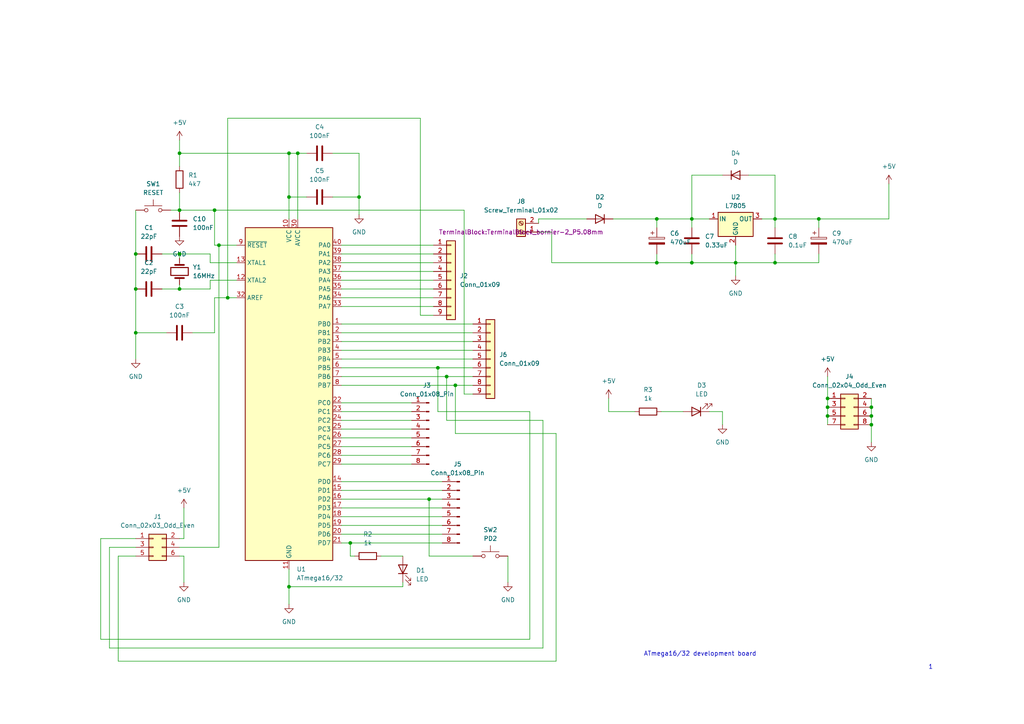
<source format=kicad_sch>
(kicad_sch (version 20230121) (generator eeschema)
  (paper "A4")
  (lib_symbols
    (symbol "Connector:Conn_01x08_Pin" (pin_names (offset 1.016) hide)
      (property "Reference" "J" (at 0 10.16 0))
      (property "Value" "Conn_01x08_Pin" (at 0 -12.7 0))
      (symbol "Conn_01x08_Pin_1_1"
        (polyline (pts (xy 1.27 -10.16) (xy 0.8636 -10.16)) (stroke (width 0.1524)))
        (polyline (pts (xy 1.27 -7.62) (xy 0.8636 -7.62)) (stroke (width 0.1524)))
        (polyline (pts (xy 1.27 -5.08) (xy 0.8636 -5.08)) (stroke (width 0.1524)))
        (polyline (pts (xy 1.27 -2.54) (xy 0.8636 -2.54)) (stroke (width 0.1524)))
        (polyline (pts (xy 1.27 0) (xy 0.8636 0)) (stroke (width 0.1524)))
        (polyline (pts (xy 1.27 2.54) (xy 0.8636 2.54)) (stroke (width 0.1524)))
        (polyline (pts (xy 1.27 5.08) (xy 0.8636 5.08)) (stroke (width 0.1524)))
        (polyline (pts (xy 1.27 7.62) (xy 0.8636 7.62)) (stroke (width 0.1524)))
        (rectangle (start 0.8636 -10.033) (end 0 -10.287) (stroke (width 0.1524)) (fill (type outline)))
        (rectangle (start 0.8636 -7.493) (end 0 -7.747) (stroke (width 0.1524)) (fill (type outline)))
        (rectangle (start 0.8636 -4.953) (end 0 -5.207) (stroke (width 0.1524)) (fill (type outline)))
        (rectangle (start 0.8636 -2.413) (end 0 -2.667) (stroke (width 0.1524)) (fill (type outline)))
        (rectangle (start 0.8636 0.127) (end 0 -0.127) (stroke (width 0.1524)) (fill (type outline)))
        (rectangle (start 0.8636 2.667) (end 0 2.413) (stroke (width 0.1524)) (fill (type outline)))
        (rectangle (start 0.8636 5.207) (end 0 4.953) (stroke (width 0.1524)) (fill (type outline)))
        (rectangle (start 0.8636 7.747) (end 0 7.493) (stroke (width 0.1524)) (fill (type outline)))
        (pin passive line (at 5.08 7.62 180) (length 3.81) (name "Pin_1") (number "1"))
        (pin passive line (at 5.08 5.08 180) (length 3.81) (name "Pin_2") (number "2"))
        (pin passive line (at 5.08 2.54 180) (length 3.81) (name "Pin_3") (number "3"))
        (pin passive line (at 5.08 0 180) (length 3.81) (name "Pin_4") (number "4"))
        (pin passive line (at 5.08 -2.54 180) (length 3.81) (name "Pin_5") (number "5"))
        (pin passive line (at 5.08 -5.08 180) (length 3.81) (name "Pin_6") (number "6"))
        (pin passive line (at 5.08 -7.62 180) (length 3.81) (name "Pin_7") (number "7"))
        (pin passive line (at 5.08 -10.16 180) (length 3.81) (name "Pin_8") (number "8"))
      )
    )
    (symbol "Connector:Screw_Terminal_01x02" (pin_names (offset 1.016) hide)
      (property "Reference" "J" (at 0 2.54 0))
      (property "Value" "Screw_Terminal_01x02" (at 0 -5.08 0))
      (symbol "Screw_Terminal_01x02_1_1"
        (rectangle (start -1.27 1.27) (end 1.27 -3.81) (stroke (width 0.254)) (fill (type background)))
        (circle (center 0 -2.54) (radius 0.635) (stroke (width 0.1524)))
        (polyline (pts (xy -0.5334 -2.2098) (xy 0.3302 -3.048)) (stroke (width 0.1524)))
        (polyline (pts (xy -0.5334 0.3302) (xy 0.3302 -0.508)) (stroke (width 0.1524)))
        (polyline (pts (xy -0.3556 -2.032) (xy 0.508 -2.8702)) (stroke (width 0.1524)))
        (polyline (pts (xy -0.3556 0.508) (xy 0.508 -0.3302)) (stroke (width 0.1524)))
        (circle (center 0 0) (radius 0.635) (stroke (width 0.1524)))
        (pin passive line (at -5.08 0 0) (length 3.81) (name "Pin_1") (number "1"))
        (pin passive line (at -5.08 -2.54 0) (length 3.81) (name "Pin_2") (number "2"))
      )
    )
    (symbol "Connector_Generic:Conn_01x09" (pin_names (offset 1.016) hide)
      (property "Reference" "J" (at 0 12.7 0))
      (property "Value" "Conn_01x09" (at 0 -12.7 0))
      (symbol "Conn_01x09_1_1"
        (rectangle (start -1.27 -10.033) (end 0 -10.287) (stroke (width 0.1524)))
        (rectangle (start -1.27 -7.493) (end 0 -7.747) (stroke (width 0.1524)))
        (rectangle (start -1.27 -4.953) (end 0 -5.207) (stroke (width 0.1524)))
        (rectangle (start -1.27 -2.413) (end 0 -2.667) (stroke (width 0.1524)))
        (rectangle (start -1.27 0.127) (end 0 -0.127) (stroke (width 0.1524)))
        (rectangle (start -1.27 2.667) (end 0 2.413) (stroke (width 0.1524)))
        (rectangle (start -1.27 5.207) (end 0 4.953) (stroke (width 0.1524)))
        (rectangle (start -1.27 7.747) (end 0 7.493) (stroke (width 0.1524)))
        (rectangle (start -1.27 10.287) (end 0 10.033) (stroke (width 0.1524)))
        (rectangle (start -1.27 11.43) (end 1.27 -11.43) (stroke (width 0.254)) (fill (type background)))
        (pin passive line (at -5.08 10.16 0) (length 3.81) (name "Pin_1") (number "1"))
        (pin passive line (at -5.08 7.62 0) (length 3.81) (name "Pin_2") (number "2"))
        (pin passive line (at -5.08 5.08 0) (length 3.81) (name "Pin_3") (number "3"))
        (pin passive line (at -5.08 2.54 0) (length 3.81) (name "Pin_4") (number "4"))
        (pin passive line (at -5.08 0 0) (length 3.81) (name "Pin_5") (number "5"))
        (pin passive line (at -5.08 -2.54 0) (length 3.81) (name "Pin_6") (number "6"))
        (pin passive line (at -5.08 -5.08 0) (length 3.81) (name "Pin_7") (number "7"))
        (pin passive line (at -5.08 -7.62 0) (length 3.81) (name "Pin_8") (number "8"))
        (pin passive line (at -5.08 -10.16 0) (length 3.81) (name "Pin_9") (number "9"))
      )
    )
    (symbol "Connector_Generic:Conn_02x03_Odd_Even" (pin_names (offset 1.016) hide)
      (property "Reference" "J" (at 1.27 5.08 0))
      (property "Value" "Conn_02x03_Odd_Even" (at 1.27 -5.08 0))
      (symbol "Conn_02x03_Odd_Even_1_1"
        (rectangle (start -1.27 -2.413) (end 0 -2.667) (stroke (width 0.1524)))
        (rectangle (start -1.27 0.127) (end 0 -0.127) (stroke (width 0.1524)))
        (rectangle (start -1.27 2.667) (end 0 2.413) (stroke (width 0.1524)))
        (rectangle (start -1.27 3.81) (end 3.81 -3.81) (stroke (width 0.254)) (fill (type background)))
        (rectangle (start 3.81 -2.413) (end 2.54 -2.667) (stroke (width 0.1524)))
        (rectangle (start 3.81 0.127) (end 2.54 -0.127) (stroke (width 0.1524)))
        (rectangle (start 3.81 2.667) (end 2.54 2.413) (stroke (width 0.1524)))
        (pin passive line (at -5.08 2.54 0) (length 3.81) (name "Pin_1") (number "1"))
        (pin passive line (at 7.62 2.54 180) (length 3.81) (name "Pin_2") (number "2"))
        (pin passive line (at -5.08 0 0) (length 3.81) (name "Pin_3") (number "3"))
        (pin passive line (at 7.62 0 180) (length 3.81) (name "Pin_4") (number "4"))
        (pin passive line (at -5.08 -2.54 0) (length 3.81) (name "Pin_5") (number "5"))
        (pin passive line (at 7.62 -2.54 180) (length 3.81) (name "Pin_6") (number "6"))
      )
    )
    (symbol "Connector_Generic:Conn_02x04_Odd_Even" (pin_names (offset 1.016) hide)
      (property "Reference" "J" (at 1.27 5.08 0))
      (property "Value" "Conn_02x04_Odd_Even" (at 1.27 -7.62 0))
      (symbol "Conn_02x04_Odd_Even_1_1"
        (rectangle (start -1.27 -4.953) (end 0 -5.207) (stroke (width 0.1524)))
        (rectangle (start -1.27 -2.413) (end 0 -2.667) (stroke (width 0.1524)))
        (rectangle (start -1.27 0.127) (end 0 -0.127) (stroke (width 0.1524)))
        (rectangle (start -1.27 2.667) (end 0 2.413) (stroke (width 0.1524)))
        (rectangle (start -1.27 3.81) (end 3.81 -6.35) (stroke (width 0.254)) (fill (type background)))
        (rectangle (start 3.81 -4.953) (end 2.54 -5.207) (stroke (width 0.1524)))
        (rectangle (start 3.81 -2.413) (end 2.54 -2.667) (stroke (width 0.1524)))
        (rectangle (start 3.81 0.127) (end 2.54 -0.127) (stroke (width 0.1524)))
        (rectangle (start 3.81 2.667) (end 2.54 2.413) (stroke (width 0.1524)))
        (pin passive line (at -5.08 2.54 0) (length 3.81) (name "Pin_1") (number "1"))
        (pin passive line (at 7.62 2.54 180) (length 3.81) (name "Pin_2") (number "2"))
        (pin passive line (at -5.08 0 0) (length 3.81) (name "Pin_3") (number "3"))
        (pin passive line (at 7.62 0 180) (length 3.81) (name "Pin_4") (number "4"))
        (pin passive line (at -5.08 -2.54 0) (length 3.81) (name "Pin_5") (number "5"))
        (pin passive line (at 7.62 -2.54 180) (length 3.81) (name "Pin_6") (number "6"))
        (pin passive line (at -5.08 -5.08 0) (length 3.81) (name "Pin_7") (number "7"))
        (pin passive line (at 7.62 -5.08 180) (length 3.81) (name "Pin_8") (number "8"))
      )
    )
    (symbol "Device:C" (pin_numbers hide) (pin_names (offset 0.254))
      (property "Reference" "C" (at 0.635 2.54 0))
      (property "Value" "C" (at 0.635 -2.54 0))
      (symbol "C_0_1"
        (polyline (pts (xy -2.032 -0.762) (xy 2.032 -0.762)) (stroke (width 0.508)))
        (polyline (pts (xy -2.032 0.762) (xy 2.032 0.762)) (stroke (width 0.508)))
      )
      (symbol "C_1_1"
        (pin passive line (at 0 3.81 270) (length 2.794) (name "~") (number "1"))
        (pin passive line (at 0 -3.81 90) (length 2.794) (name "~") (number "2"))
      )
    )
    (symbol "Device:C_Polarized" (pin_numbers hide) (pin_names (offset 0.254))
      (property "Reference" "C" (at 0.635 2.54 0))
      (property "Value" "C_Polarized" (at 0.635 -2.54 0))
      (symbol "C_Polarized_0_1"
        (rectangle (start -2.286 0.508) (end 2.286 1.016))
        (polyline (pts (xy -1.778 2.286) (xy -0.762 2.286)))
        (polyline (pts (xy -1.27 2.794) (xy -1.27 1.778)))
        (rectangle (start 2.286 -0.508) (end -2.286 -1.016) (fill (type outline)))
      )
      (symbol "C_Polarized_1_1"
        (pin passive line (at 0 3.81 270) (length 2.794) (name "~") (number "1"))
        (pin passive line (at 0 -3.81 90) (length 2.794) (name "~") (number "2"))
      )
    )
    (symbol "Device:Crystal" (pin_numbers hide) (pin_names (offset 1.016) hide)
      (property "Reference" "Y" (at 0 3.81 0))
      (property "Value" "Crystal" (at 0 -3.81 0))
      (symbol "Crystal_0_1"
        (rectangle (start -1.143 2.54) (end 1.143 -2.54) (stroke (width 0.3048)))
        (polyline (pts (xy -2.54 0) (xy -1.905 0)))
        (polyline (pts (xy -1.905 -1.27) (xy -1.905 1.27)) (stroke (width 0.508)))
        (polyline (pts (xy 1.905 -1.27) (xy 1.905 1.27)) (stroke (width 0.508)))
        (polyline (pts (xy 2.54 0) (xy 1.905 0)))
      )
      (symbol "Crystal_1_1"
        (pin passive line (at -3.81 0 0) (length 1.27) (name "1") (number "1"))
        (pin passive line (at 3.81 0 180) (length 1.27) (name "2") (number "2"))
      )
    )
    (symbol "Device:D" (pin_numbers hide) (pin_names (offset 1.016) hide)
      (property "Reference" "D" (at 0 2.54 0))
      (property "Value" "D" (at 0 -2.54 0))
      (symbol "D_0_1"
        (polyline (pts (xy -1.27 1.27) (xy -1.27 -1.27)) (stroke (width 0.254)))
        (polyline (pts (xy 1.27 0) (xy -1.27 0)))
        (polyline (pts (xy 1.27 1.27) (xy 1.27 -1.27) (xy -1.27 0) (xy 1.27 1.27)) (stroke (width 0.254)))
      )
      (symbol "D_1_1"
        (pin passive line (at -3.81 0 0) (length 2.54) (name "K") (number "1"))
        (pin passive line (at 3.81 0 180) (length 2.54) (name "A") (number "2"))
      )
    )
    (symbol "Device:LED" (pin_numbers hide) (pin_names (offset 1.016) hide)
      (property "Reference" "D" (at 0 2.54 0))
      (property "Value" "LED" (at 0 -2.54 0))
      (symbol "LED_0_1"
        (polyline (pts (xy -1.27 -1.27) (xy -1.27 1.27)) (stroke (width 0.254)))
        (polyline (pts (xy -1.27 0) (xy 1.27 0)))
        (polyline (pts (xy 1.27 -1.27) (xy 1.27 1.27) (xy -1.27 0) (xy 1.27 -1.27)) (stroke (width 0.254)))
        (polyline (pts (xy -3.048 -0.762) (xy -4.572 -2.286) (xy -3.81 -2.286) (xy -4.572 -2.286) (xy -4.572 -1.524)))
        (polyline (pts (xy -1.778 -0.762) (xy -3.302 -2.286) (xy -2.54 -2.286) (xy -3.302 -2.286) (xy -3.302 -1.524)))
      )
      (symbol "LED_1_1"
        (pin passive line (at -3.81 0 0) (length 2.54) (name "K") (number "1"))
        (pin passive line (at 3.81 0 180) (length 2.54) (name "A") (number "2"))
      )
    )
    (symbol "Device:R" (pin_numbers hide) (pin_names (offset 0))
      (property "Reference" "R" (at 2.032 0 90))
      (property "Value" "R" (at 0 0 90))
      (symbol "R_0_1"
        (rectangle (start -1.016 -2.54) (end 1.016 2.54) (stroke (width 0.254)))
      )
      (symbol "R_1_1"
        (pin passive line (at 0 3.81 270) (length 1.27) (name "~") (number "1"))
        (pin passive line (at 0 -3.81 90) (length 1.27) (name "~") (number "2"))
      )
    )
    (symbol "MCU_Microchip_ATmega:ATmega16A-P"
      (property "Reference" "U" (at -12.7 49.53 0))
      (property "Value" "ATmega16A-P" (at 2.54 -49.53 0))
      (symbol "ATmega16A-P_0_1"
        (rectangle (start -12.7 -48.26) (end 12.7 48.26) (stroke (width 0.254)) (fill (type background)))
      )
      (symbol "ATmega16A-P_1_1"
        (pin bidirectional line (at 15.24 20.32 180) (length 2.54) (name "PB0") (number "1"))
        (pin power_in line (at 0 50.8 270) (length 2.54) (name "VCC") (number "10"))
        (pin power_in line (at 0 -50.8 90) (length 2.54) (name "GND") (number "11"))
        (pin output line (at -15.24 33.02 0) (length 2.54) (name "XTAL2") (number "12"))
        (pin input line (at -15.24 38.1 0) (length 2.54) (name "XTAL1") (number "13"))
        (pin bidirectional line (at 15.24 -25.4 180) (length 2.54) (name "PD0") (number "14"))
        (pin bidirectional line (at 15.24 -27.94 180) (length 2.54) (name "PD1") (number "15"))
        (pin bidirectional line (at 15.24 -30.48 180) (length 2.54) (name "PD2") (number "16"))
        (pin bidirectional line (at 15.24 -33.02 180) (length 2.54) (name "PD3") (number "17"))
        (pin bidirectional line (at 15.24 -35.56 180) (length 2.54) (name "PD4") (number "18"))
        (pin bidirectional line (at 15.24 -38.1 180) (length 2.54) (name "PD5") (number "19"))
        (pin bidirectional line (at 15.24 17.78 180) (length 2.54) (name "PB1") (number "2"))
        (pin bidirectional line (at 15.24 -40.64 180) (length 2.54) (name "PD6") (number "20"))
        (pin bidirectional line (at 15.24 -43.18 180) (length 2.54) (name "PD7") (number "21"))
        (pin bidirectional line (at 15.24 -2.54 180) (length 2.54) (name "PC0") (number "22"))
        (pin bidirectional line (at 15.24 -5.08 180) (length 2.54) (name "PC1") (number "23"))
        (pin bidirectional line (at 15.24 -7.62 180) (length 2.54) (name "PC2") (number "24"))
        (pin bidirectional line (at 15.24 -10.16 180) (length 2.54) (name "PC3") (number "25"))
        (pin bidirectional line (at 15.24 -12.7 180) (length 2.54) (name "PC4") (number "26"))
        (pin bidirectional line (at 15.24 -15.24 180) (length 2.54) (name "PC5") (number "27"))
        (pin bidirectional line (at 15.24 -17.78 180) (length 2.54) (name "PC6") (number "28"))
        (pin bidirectional line (at 15.24 -20.32 180) (length 2.54) (name "PC7") (number "29"))
        (pin bidirectional line (at 15.24 15.24 180) (length 2.54) (name "PB2") (number "3"))
        (pin power_in line (at 2.54 50.8 270) (length 2.54) (name "AVCC") (number "30"))
        (pin passive line (at 0 -50.8 90) (length 2.54) hide (name "GND") (number "31"))
        (pin passive line (at -15.24 27.94 0) (length 2.54) (name "AREF") (number "32"))
        (pin bidirectional line (at 15.24 25.4 180) (length 2.54) (name "PA7") (number "33"))
        (pin bidirectional line (at 15.24 27.94 180) (length 2.54) (name "PA6") (number "34"))
        (pin bidirectional line (at 15.24 30.48 180) (length 2.54) (name "PA5") (number "35"))
        (pin bidirectional line (at 15.24 33.02 180) (length 2.54) (name "PA4") (number "36"))
        (pin bidirectional line (at 15.24 35.56 180) (length 2.54) (name "PA3") (number "37"))
        (pin bidirectional line (at 15.24 38.1 180) (length 2.54) (name "PA2") (number "38"))
        (pin bidirectional line (at 15.24 40.64 180) (length 2.54) (name "PA1") (number "39"))
        (pin bidirectional line (at 15.24 12.7 180) (length 2.54) (name "PB3") (number "4"))
        (pin bidirectional line (at 15.24 43.18 180) (length 2.54) (name "PA0") (number "40"))
        (pin bidirectional line (at 15.24 10.16 180) (length 2.54) (name "PB4") (number "5"))
        (pin bidirectional line (at 15.24 7.62 180) (length 2.54) (name "PB5") (number "6"))
        (pin bidirectional line (at 15.24 5.08 180) (length 2.54) (name "PB6") (number "7"))
        (pin bidirectional line (at 15.24 2.54 180) (length 2.54) (name "PB7") (number "8"))
        (pin input line (at -15.24 43.18 0) (length 2.54) (name "~{RESET}") (number "9"))
      )
    )
    (symbol "Regulator_Linear:L7805" (pin_names (offset 0.254))
      (property "Reference" "U" (at -3.81 3.175 0))
      (property "Value" "L7805" (at 0 3.175 0))
      (symbol "L7805_0_1"
        (rectangle (start -5.08 1.905) (end 5.08 -5.08) (stroke (width 0.254)) (fill (type background)))
      )
      (symbol "L7805_1_1"
        (pin power_in line (at -7.62 0 0) (length 2.54) (name "IN") (number "1"))
        (pin power_in line (at 0 -7.62 90) (length 2.54) (name "GND") (number "2"))
        (pin power_out line (at 7.62 0 180) (length 2.54) (name "OUT") (number "3"))
      )
    )
    (symbol "Switch:SW_Push" (pin_numbers hide) (pin_names (offset 1.016) hide)
      (property "Reference" "SW" (at 1.27 2.54 0))
      (property "Value" "SW_Push" (at 0 -1.524 0))
      (symbol "SW_Push_0_1"
        (circle (center -2.032 0) (radius 0.508))
        (polyline (pts (xy 0 1.27) (xy 0 3.048)))
        (polyline (pts (xy 2.54 1.27) (xy -2.54 1.27)))
        (circle (center 2.032 0) (radius 0.508))
        (pin passive line (at -5.08 0 0) (length 2.54) (name "1") (number "1"))
        (pin passive line (at 5.08 0 180) (length 2.54) (name "2") (number "2"))
      )
    )
    (symbol "power:+5V" (power) (pin_names (offset 0))
      (property "Value" "+5V" (at 0 3.556 0))
      (symbol "+5V_0_1"
        (polyline (pts (xy -0.762 1.27) (xy 0 2.54)))
        (polyline (pts (xy 0 0) (xy 0 2.54)))
        (polyline (pts (xy 0 2.54) (xy 0.762 1.27)))
      )
      (symbol "+5V_1_1"
        (pin power_in line (at 0 0 90) (length 0) hide (name "+5V") (number "1"))
      )
    )
    (symbol "power:GND" (power) (pin_names (offset 0))
      (property "Value" "GND" (at 0 -3.81 0))
      (symbol "GND_0_1"
        (polyline (pts (xy 0 0) (xy 0 -1.27) (xy 1.27 -1.27) (xy 0 -2.54) (xy -1.27 -1.27) (xy 0 -1.27)))
      )
      (symbol "GND_1_1"
        (pin power_in line (at 0 0 270) (length 0) hide (name "GND") (number "1"))
      )
    )
  )
  (junction (at 224.79 63.5))
  (junction (at 52.07 83.82))
  (junction (at 132.08 111.76))
  (junction (at 52.07 73.66))
  (junction (at 252.73 118.11))
  (junction (at 86.36 44.45))
  (junction (at 200.66 76.2))
  (junction (at 124.46 144.78))
  (junction (at 240.03 115.57))
  (junction (at 240.03 120.65))
  (junction (at 83.82 170.18))
  (junction (at 66.04 86.36))
  (junction (at 127 106.68))
  (junction (at 190.5 76.2))
  (junction (at 83.82 57.15))
  (junction (at 237.49 63.5))
  (junction (at 39.37 83.82))
  (junction (at 252.73 123.19))
  (junction (at 213.36 76.2))
  (junction (at 240.03 118.11))
  (junction (at 52.07 44.45))
  (junction (at 224.79 76.2))
  (junction (at 52.07 60.96))
  (junction (at 252.73 120.65))
  (junction (at 200.66 63.5))
  (junction (at 190.5 63.5))
  (junction (at 104.14 57.15))
  (junction (at 83.82 44.45))
  (junction (at 62.23 60.96))
  (junction (at 63.5 71.12))
  (junction (at 39.37 73.66))
  (junction (at 39.37 96.52))
  (junction (at 101.6 157.48))
  (junction (at 129.54 109.22))
  (wire (pts (xy 68.58 76.2) (xy 60.96 76.2)))
  (wire (pts (xy 52.07 60.96) (xy 52.07 55.88)))
  (wire (pts (xy 127 119.38) (xy 153.67 119.38)))
  (wire (pts (xy 224.79 63.5) (xy 237.49 63.5)))
  (wire (pts (xy 127 106.68) (xy 127 119.38)))
  (wire (pts (xy 200.66 63.5) (xy 200.66 66.04)))
  (wire (pts (xy 99.06 78.74) (xy 125.73 78.74)))
  (wire (pts (xy 99.06 71.12) (xy 125.73 71.12)))
  (wire (pts (xy 99.06 147.32) (xy 128.27 147.32)))
  (wire (pts (xy 190.5 63.5) (xy 190.5 66.04)))
  (wire (pts (xy 83.82 44.45) (xy 83.82 57.15)))
  (wire (pts (xy 134.62 60.96) (xy 134.62 114.3)))
  (wire (pts (xy 160.02 76.2) (xy 190.5 76.2)))
  (wire (pts (xy 62.23 96.52) (xy 62.23 86.36)))
  (wire (pts (xy 156.21 63.5) (xy 170.18 63.5)))
  (wire (pts (xy 29.21 185.42) (xy 29.21 156.21)))
  (wire (pts (xy 132.08 111.76) (xy 137.16 111.76)))
  (wire (pts (xy 99.06 99.06) (xy 137.16 99.06)))
  (wire (pts (xy 99.06 106.68) (xy 127 106.68)))
  (wire (pts (xy 99.06 152.4) (xy 128.27 152.4)))
  (wire (pts (xy 46.99 83.82) (xy 52.07 83.82)))
  (wire (pts (xy 200.66 50.8) (xy 200.66 63.5)))
  (wire (pts (xy 31.75 187.96) (xy 31.75 158.75)))
  (wire (pts (xy 66.04 86.36) (xy 66.04 34.29)))
  (wire (pts (xy 101.6 157.48) (xy 128.27 157.48)))
  (wire (pts (xy 200.66 76.2) (xy 213.36 76.2)))
  (wire (pts (xy 99.06 111.76) (xy 132.08 111.76)))
  (wire (pts (xy 39.37 96.52) (xy 48.26 96.52)))
  (wire (pts (xy 137.16 114.3) (xy 134.62 114.3)))
  (wire (pts (xy 52.07 40.64) (xy 52.07 44.45)))
  (wire (pts (xy 213.36 76.2) (xy 213.36 80.01)))
  (wire (pts (xy 129.54 109.22) (xy 129.54 121.92)))
  (wire (pts (xy 147.32 161.29) (xy 147.32 168.91)))
  (wire (pts (xy 68.58 71.12) (xy 63.5 71.12)))
  (wire (pts (xy 157.48 187.96) (xy 31.75 187.96)))
  (wire (pts (xy 68.58 81.28) (xy 60.96 81.28)))
  (wire (pts (xy 240.03 120.65) (xy 240.03 123.19)))
  (wire (pts (xy 104.14 44.45) (xy 104.14 57.15)))
  (wire (pts (xy 46.99 73.66) (xy 52.07 73.66)))
  (wire (pts (xy 121.92 91.44) (xy 125.73 91.44)))
  (wire (pts (xy 83.82 57.15) (xy 88.9 57.15)))
  (wire (pts (xy 224.79 50.8) (xy 224.79 63.5)))
  (wire (pts (xy 99.06 157.48) (xy 101.6 157.48)))
  (wire (pts (xy 176.53 119.38) (xy 184.15 119.38)))
  (wire (pts (xy 213.36 76.2) (xy 224.79 76.2)))
  (wire (pts (xy 237.49 63.5) (xy 237.49 66.04)))
  (wire (pts (xy 99.06 109.22) (xy 129.54 109.22)))
  (wire (pts (xy 104.14 57.15) (xy 104.14 62.23)))
  (wire (pts (xy 99.06 73.66) (xy 125.73 73.66)))
  (wire (pts (xy 62.23 60.96) (xy 134.62 60.96)))
  (wire (pts (xy 129.54 109.22) (xy 137.16 109.22)))
  (wire (pts (xy 101.6 161.29) (xy 101.6 157.48)))
  (wire (pts (xy 99.06 142.24) (xy 128.27 142.24)))
  (wire (pts (xy 110.49 161.29) (xy 116.84 161.29)))
  (wire (pts (xy 99.06 139.7) (xy 128.27 139.7)))
  (wire (pts (xy 99.06 88.9) (xy 125.73 88.9)))
  (wire (pts (xy 157.48 121.92) (xy 157.48 187.96)))
  (wire (pts (xy 99.06 86.36) (xy 125.73 86.36)))
  (wire (pts (xy 83.82 170.18) (xy 116.84 170.18)))
  (wire (pts (xy 66.04 86.36) (xy 68.58 86.36)))
  (wire (pts (xy 39.37 60.96) (xy 39.37 73.66)))
  (wire (pts (xy 252.73 123.19) (xy 252.73 128.27)))
  (wire (pts (xy 83.82 165.1) (xy 83.82 170.18)))
  (wire (pts (xy 53.34 161.29) (xy 53.34 168.91)))
  (wire (pts (xy 99.06 104.14) (xy 137.16 104.14)))
  (wire (pts (xy 99.06 76.2) (xy 125.73 76.2)))
  (wire (pts (xy 39.37 96.52) (xy 39.37 104.14)))
  (wire (pts (xy 99.06 154.94) (xy 128.27 154.94)))
  (wire (pts (xy 60.96 81.28) (xy 60.96 83.82)))
  (wire (pts (xy 156.21 63.5) (xy 156.21 64.77)))
  (wire (pts (xy 213.36 71.12) (xy 213.36 76.2)))
  (wire (pts (xy 63.5 71.12) (xy 63.5 158.75)))
  (wire (pts (xy 34.29 191.77) (xy 34.29 161.29)))
  (wire (pts (xy 190.5 73.66) (xy 190.5 76.2)))
  (wire (pts (xy 60.96 73.66) (xy 52.07 73.66)))
  (wire (pts (xy 86.36 44.45) (xy 88.9 44.45)))
  (wire (pts (xy 99.06 149.86) (xy 128.27 149.86)))
  (wire (pts (xy 99.06 127) (xy 119.38 127)))
  (wire (pts (xy 99.06 129.54) (xy 119.38 129.54)))
  (wire (pts (xy 101.6 161.29) (xy 102.87 161.29)))
  (wire (pts (xy 240.03 109.22) (xy 240.03 115.57)))
  (wire (pts (xy 66.04 34.29) (xy 121.92 34.29)))
  (wire (pts (xy 49.53 60.96) (xy 52.07 60.96)))
  (wire (pts (xy 99.06 134.62) (xy 119.38 134.62)))
  (wire (pts (xy 217.17 50.8) (xy 224.79 50.8)))
  (wire (pts (xy 63.5 158.75) (xy 52.07 158.75)))
  (wire (pts (xy 96.52 57.15) (xy 104.14 57.15)))
  (wire (pts (xy 99.06 93.98) (xy 137.16 93.98)))
  (wire (pts (xy 240.03 118.11) (xy 240.03 120.65)))
  (wire (pts (xy 220.98 63.5) (xy 224.79 63.5)))
  (wire (pts (xy 52.07 44.45) (xy 83.82 44.45)))
  (wire (pts (xy 53.34 147.32) (xy 53.34 156.21)))
  (wire (pts (xy 99.06 124.46) (xy 119.38 124.46)))
  (wire (pts (xy 160.02 67.31) (xy 160.02 76.2)))
  (wire (pts (xy 124.46 144.78) (xy 128.27 144.78)))
  (wire (pts (xy 99.06 83.82) (xy 125.73 83.82)))
  (wire (pts (xy 31.75 158.75) (xy 39.37 158.75)))
  (wire (pts (xy 190.5 63.5) (xy 200.66 63.5)))
  (wire (pts (xy 99.06 132.08) (xy 119.38 132.08)))
  (wire (pts (xy 52.07 60.96) (xy 62.23 60.96)))
  (wire (pts (xy 55.88 96.52) (xy 62.23 96.52)))
  (wire (pts (xy 96.52 44.45) (xy 104.14 44.45)))
  (wire (pts (xy 153.67 119.38) (xy 153.67 185.42)))
  (wire (pts (xy 224.79 63.5) (xy 224.79 66.04)))
  (wire (pts (xy 52.07 73.66) (xy 52.07 74.93)))
  (wire (pts (xy 86.36 44.45) (xy 83.82 44.45)))
  (wire (pts (xy 190.5 76.2) (xy 200.66 76.2)))
  (wire (pts (xy 83.82 57.15) (xy 83.82 63.5)))
  (wire (pts (xy 52.07 161.29) (xy 53.34 161.29)))
  (wire (pts (xy 53.34 156.21) (xy 52.07 156.21)))
  (wire (pts (xy 200.66 63.5) (xy 205.74 63.5)))
  (wire (pts (xy 116.84 168.91) (xy 116.84 170.18)))
  (wire (pts (xy 191.77 119.38) (xy 198.12 119.38)))
  (wire (pts (xy 129.54 121.92) (xy 157.48 121.92)))
  (wire (pts (xy 62.23 60.96) (xy 62.23 71.12)))
  (wire (pts (xy 240.03 115.57) (xy 240.03 118.11)))
  (wire (pts (xy 224.79 76.2) (xy 237.49 76.2)))
  (wire (pts (xy 237.49 63.5) (xy 257.81 63.5)))
  (wire (pts (xy 156.21 67.31) (xy 160.02 67.31)))
  (wire (pts (xy 124.46 161.29) (xy 137.16 161.29)))
  (wire (pts (xy 132.08 111.76) (xy 132.08 125.73)))
  (wire (pts (xy 252.73 120.65) (xy 252.73 123.19)))
  (wire (pts (xy 62.23 86.36) (xy 66.04 86.36)))
  (wire (pts (xy 60.96 76.2) (xy 60.96 73.66)))
  (wire (pts (xy 99.06 96.52) (xy 137.16 96.52)))
  (wire (pts (xy 52.07 44.45) (xy 52.07 48.26)))
  (wire (pts (xy 99.06 144.78) (xy 124.46 144.78)))
  (wire (pts (xy 127 106.68) (xy 137.16 106.68)))
  (wire (pts (xy 224.79 73.66) (xy 224.79 76.2)))
  (wire (pts (xy 34.29 161.29) (xy 39.37 161.29)))
  (wire (pts (xy 99.06 101.6) (xy 137.16 101.6)))
  (wire (pts (xy 124.46 144.78) (xy 124.46 161.29)))
  (wire (pts (xy 99.06 81.28) (xy 125.73 81.28)))
  (wire (pts (xy 63.5 71.12) (xy 62.23 71.12)))
  (wire (pts (xy 161.29 191.77) (xy 34.29 191.77)))
  (wire (pts (xy 39.37 83.82) (xy 39.37 96.52)))
  (wire (pts (xy 52.07 82.55) (xy 52.07 83.82)))
  (wire (pts (xy 161.29 125.73) (xy 161.29 191.77)))
  (wire (pts (xy 209.55 119.38) (xy 209.55 123.19)))
  (wire (pts (xy 200.66 73.66) (xy 200.66 76.2)))
  (wire (pts (xy 177.8 63.5) (xy 190.5 63.5)))
  (wire (pts (xy 29.21 156.21) (xy 39.37 156.21)))
  (wire (pts (xy 39.37 73.66) (xy 39.37 83.82)))
  (wire (pts (xy 132.08 125.73) (xy 161.29 125.73)))
  (wire (pts (xy 99.06 119.38) (xy 119.38 119.38)))
  (wire (pts (xy 121.92 34.29) (xy 121.92 91.44)))
  (wire (pts (xy 176.53 115.57) (xy 176.53 119.38)))
  (wire (pts (xy 83.82 175.26) (xy 83.82 170.18)))
  (wire (pts (xy 252.73 118.11) (xy 252.73 120.65)))
  (wire (pts (xy 205.74 119.38) (xy 209.55 119.38)))
  (wire (pts (xy 209.55 50.8) (xy 200.66 50.8)))
  (wire (pts (xy 99.06 116.84) (xy 119.38 116.84)))
  (wire (pts (xy 99.06 121.92) (xy 119.38 121.92)))
  (wire (pts (xy 52.07 83.82) (xy 60.96 83.82)))
  (wire (pts (xy 252.73 115.57) (xy 252.73 118.11)))
  (wire (pts (xy 86.36 44.45) (xy 86.36 63.5)))
  (wire (pts (xy 257.81 53.34) (xy 257.81 63.5)))
  (wire (pts (xy 153.67 185.42) (xy 29.21 185.42)))
  (wire (pts (xy 237.49 73.66) (xy 237.49 76.2)))
  (text "1" (at 269.24 194.31 0) (effects (font (size 1.27 1.27)) (justify left bottom)))
  (text "ATmega16/32 development board" (at 186.69 190.5 0) (effects (font (size 1.27 1.27)) (justify left bottom)))
  (symbol (lib_id "Connector_Generic:Conn_02x03_Odd_Even") (at 44.45 158.75 0) (unit 1)
    (property "Reference" "J1" (at 45.72 149.86 0))
    (property "Value" "Conn_02x03_Odd_Even" (at 45.72 152.4 0))
    (property "Footprint" "Connector_PinHeader_2.54mm:PinHeader_2x03_P2.54mm_Vertical" (effects hide))
  )
  (symbol (lib_id "Connector_Generic:Conn_01x09") (at 142.24 104.14 0) (unit 1)
    (property "Reference" "J6" (at 144.78 102.87 0) (effects (justify left)))
    (property "Value" "Conn_01x09" (at 144.78 105.41 0) (effects (justify left)))
    (property "Footprint" "Connector_PinHeader_2.54mm:PinHeader_1x09_P2.54mm_Vertical" (effects hide))
  )
  (symbol (lib_id "power:GND") (at 209.55 123.19 0) (unit 1)
    (property "Reference" "#PWR09" (effects hide))
    (property "Value" "GND" (at 209.55 128.27 0))
  )
  (symbol (lib_id "Device:C") (at 52.07 96.52 270) (unit 1)
    (property "Reference" "C3" (at 52.07 88.9 90))
    (property "Value" "100nF" (at 52.07 91.44 90))
    (property "Footprint" "Capacitor_THT:C_Disc_D6.0mm_W2.5mm_P5.00mm" (effects hide))
  )
  (symbol (lib_id "Connector:Screw_Terminal_01x02") (at 151.13 67.31 180) (unit 1)
    (property "Reference" "J8" (at 151.13 58.42 0))
    (property "Value" "Screw_Terminal_01x02" (at 151.13 60.96 0))
    (property "Footprint" "TerminalBlock:TerminalBlock_bornier-2_P5.08mm" (at 151.13 67.31 0))
  )
  (symbol (lib_id "power:GND") (at 104.14 62.23 0) (unit 1)
    (property "Reference" "#PWR06" (effects hide))
    (property "Value" "GND" (at 104.14 67.31 0))
  )
  (symbol (lib_id "Device:Crystal") (at 52.07 78.74 90) (unit 1)
    (property "Reference" "Y1" (at 55.88 77.47 90) (effects (justify right)))
    (property "Value" "16MHz" (at 55.88 80.01 90) (effects (justify right)))
    (property "Footprint" "Crystal:Crystal_HC49-U_Vertical" (effects hide))
  )
  (symbol (lib_id "Device:LED") (at 201.93 119.38 180) (unit 1)
    (property "Reference" "D3" (at 203.5175 111.76 0))
    (property "Value" "LED" (at 203.5175 114.3 0))
    (property "Footprint" "LED_THT:LED_D5.0mm" (effects hide))
  )
  (symbol (lib_id "Device:C") (at 43.18 73.66 270) (unit 1)
    (property "Reference" "C1" (at 43.18 66.04 90))
    (property "Value" "22pF" (at 43.18 68.58 90))
    (property "Footprint" "Capacitor_THT:C_Disc_D6.0mm_W2.5mm_P5.00mm" (effects hide))
  )
  (symbol (lib_id "Device:D") (at 173.99 63.5 180) (unit 1)
    (property "Reference" "D2" (at 173.99 57.15 0))
    (property "Value" "D" (at 173.99 59.69 0))
    (property "Footprint" "Diode_THT:D_DO-41_SOD81_P7.62mm_Horizontal" (effects hide))
    (property "Sim.Device" "D" (effects hide))
    (property "Sim.Pins" "1=K 2=A" (effects hide))
  )
  (symbol (lib_id "power:+5V") (at 52.07 40.64 0) (unit 1)
    (property "Reference" "#PWR02" (effects hide))
    (property "Value" "+5V" (at 52.07 35.56 0))
  )
  (symbol (lib_id "Device:C_Polarized") (at 237.49 69.85 0) (unit 1)
    (property "Reference" "C9" (at 241.3 67.691 0) (effects (justify left)))
    (property "Value" "470uF" (at 241.3 70.231 0) (effects (justify left)))
    (property "Footprint" "Capacitor_THT:CP_Radial_D10.0mm_P5.00mm" (effects hide))
  )
  (symbol (lib_id "power:+5V") (at 240.03 109.22 0) (unit 1)
    (property "Reference" "#PWR011" (effects hide))
    (property "Value" "+5V" (at 240.03 104.14 0))
  )
  (symbol (lib_id "Regulator_Linear:L7805") (at 213.36 63.5 0) (unit 1)
    (property "Reference" "U2" (at 213.36 57.15 0))
    (property "Value" "L7805" (at 213.36 59.69 0))
    (property "Footprint" "Package_TO_SOT_THT:TO-220-3_Vertical" (effects hide))
  )
  (symbol (lib_id "power:+5V") (at 257.81 53.34 0) (unit 1)
    (property "Reference" "#PWR013" (effects hide))
    (property "Value" "+5V" (at 257.81 48.26 0))
  )
  (symbol (lib_id "Device:C_Polarized") (at 190.5 69.85 0) (unit 1)
    (property "Reference" "C6" (at 194.31 67.691 0) (effects (justify left)))
    (property "Value" "470uF" (at 194.31 70.231 0) (effects (justify left)))
    (property "Footprint" "Capacitor_THT:CP_Radial_D10.0mm_P5.00mm" (effects hide))
  )
  (symbol (lib_id "power:GND") (at 53.34 168.91 0) (unit 1)
    (property "Reference" "#PWR04" (effects hide))
    (property "Value" "GND" (at 53.34 173.99 0))
  )
  (symbol (lib_id "power:GND") (at 52.07 68.58 0) (unit 1)
    (property "Reference" "#PWR014" (effects hide))
    (property "Value" "GND" (at 52.07 73.66 0))
  )
  (symbol (lib_id "Device:C") (at 224.79 69.85 0) (unit 1)
    (property "Reference" "C8" (at 228.6 68.58 0) (effects (justify left)))
    (property "Value" "0.1uF" (at 228.6 71.12 0) (effects (justify left)))
    (property "Footprint" "Capacitor_THT:C_Disc_D6.0mm_W2.5mm_P5.00mm" (effects hide))
  )
  (symbol (lib_id "Device:C") (at 43.18 83.82 270) (unit 1)
    (property "Reference" "C2" (at 43.18 76.2 90))
    (property "Value" "22pF" (at 43.18 78.74 90))
    (property "Footprint" "Capacitor_THT:C_Disc_D6.0mm_W2.5mm_P5.00mm" (effects hide))
  )
  (symbol (lib_id "Device:R") (at 106.68 161.29 90) (unit 1)
    (property "Reference" "R2" (at 106.68 154.94 90))
    (property "Value" "1k" (at 106.68 157.48 90))
    (property "Footprint" "Resistor_THT:R_Axial_DIN0207_L6.3mm_D2.5mm_P10.16mm_Horizontal" (effects hide))
  )
  (symbol (lib_id "Device:D") (at 213.36 50.8 0) (unit 1)
    (property "Reference" "D4" (at 213.36 44.45 0))
    (property "Value" "D" (at 213.36 46.99 0))
    (property "Footprint" "Diode_THT:D_DO-41_SOD81_P7.62mm_Horizontal" (effects hide))
    (property "Sim.Device" "D" (effects hide))
    (property "Sim.Pins" "1=K 2=A" (effects hide))
  )
  (symbol (lib_id "Switch:SW_Push") (at 44.45 60.96 0) (unit 1)
    (property "Reference" "SW1" (at 44.45 53.34 0))
    (property "Value" "RESET" (at 44.45 55.88 0))
    (property "Footprint" "Button_Switch_THT:SW_PUSH_6mm" (effects hide))
  )
  (symbol (lib_id "Device:LED") (at 116.84 165.1 90) (unit 1)
    (property "Reference" "D1" (at 120.65 165.4175 90) (effects (justify right)))
    (property "Value" "LED" (at 120.65 167.9575 90) (effects (justify right)))
    (property "Footprint" "LED_THT:LED_D5.0mm" (effects hide))
  )
  (symbol (lib_id "power:GND") (at 147.32 168.91 0) (unit 1)
    (property "Reference" "#PWR07" (effects hide))
    (property "Value" "GND" (at 147.32 173.99 0))
  )
  (symbol (lib_id "Connector_Generic:Conn_02x04_Odd_Even") (at 245.11 118.11 0) (unit 1)
    (property "Reference" "J4" (at 246.38 109.22 0))
    (property "Value" "Conn_02x04_Odd_Even" (at 246.38 111.76 0))
    (property "Footprint" "Connector_PinHeader_2.54mm:PinHeader_2x04_P2.54mm_Vertical" (effects hide))
  )
  (symbol (lib_id "Device:R") (at 52.07 52.07 0) (unit 1)
    (property "Reference" "R1" (at 54.61 50.8 0) (effects (justify left)))
    (property "Value" "4k7" (at 54.61 53.34 0) (effects (justify left)))
    (property "Footprint" "Resistor_THT:R_Axial_DIN0207_L6.3mm_D2.5mm_P10.16mm_Horizontal" (effects hide))
  )
  (symbol (lib_id "power:+5V") (at 176.53 115.57 0) (unit 1)
    (property "Reference" "#PWR08" (effects hide))
    (property "Value" "+5V" (at 176.53 110.49 0))
  )
  (symbol (lib_id "power:+5V") (at 53.34 147.32 0) (unit 1)
    (property "Reference" "#PWR03" (effects hide))
    (property "Value" "+5V" (at 53.34 142.24 0))
  )
  (symbol (lib_id "power:GND") (at 213.36 80.01 0) (unit 1)
    (property "Reference" "#PWR010" (effects hide))
    (property "Value" "GND" (at 213.36 85.09 0))
  )
  (symbol (lib_id "Device:C") (at 200.66 69.85 0) (unit 1)
    (property "Reference" "C7" (at 204.47 68.58 0) (effects (justify left)))
    (property "Value" "0.33uF" (at 204.47 71.12 0) (effects (justify left)))
    (property "Footprint" "Capacitor_THT:C_Disc_D6.0mm_W2.5mm_P5.00mm" (effects hide))
  )
  (symbol (lib_id "Connector_Generic:Conn_01x09") (at 130.81 81.28 0) (unit 1)
    (property "Reference" "J2" (at 133.35 80.01 0) (effects (justify left)))
    (property "Value" "Conn_01x09" (at 133.35 82.55 0) (effects (justify left)))
    (property "Footprint" "Connector_PinHeader_2.54mm:PinHeader_1x09_P2.54mm_Vertical" (effects hide))
  )
  (symbol (lib_id "Device:C") (at 52.07 64.77 0) (unit 1)
    (property "Reference" "C10" (at 55.88 63.5 0) (effects (justify left)))
    (property "Value" "100nF" (at 55.88 66.04 0) (effects (justify left)))
    (property "Footprint" "Capacitor_THT:C_Disc_D6.0mm_W2.5mm_P5.00mm" (effects hide))
  )
  (symbol (lib_id "power:GND") (at 39.37 104.14 0) (unit 1)
    (property "Reference" "#PWR01" (effects hide))
    (property "Value" "GND" (at 39.37 109.22 0))
  )
  (symbol (lib_id "Connector:Conn_01x08_Pin") (at 133.35 147.32 0) (mirror y) (unit 1)
    (property "Reference" "J5" (at 132.715 134.62 0))
    (property "Value" "Conn_01x08_Pin" (at 132.715 137.16 0))
    (property "Footprint" "Connector_PinHeader_2.54mm:PinHeader_1x08_P2.54mm_Vertical" (effects hide))
  )
  (symbol (lib_id "Connector:Conn_01x08_Pin") (at 124.46 124.46 0) (mirror y) (unit 1)
    (property "Reference" "J3" (at 123.825 111.76 0))
    (property "Value" "Conn_01x08_Pin" (at 123.825 114.3 0))
    (property "Footprint" "Connector_PinHeader_2.54mm:PinHeader_1x08_P2.54mm_Vertical" (effects hide))
  )
  (symbol (lib_id "Device:R") (at 187.96 119.38 90) (unit 1)
    (property "Reference" "R3" (at 187.96 113.03 90))
    (property "Value" "1k" (at 187.96 115.57 90))
    (property "Footprint" "Resistor_THT:R_Axial_DIN0207_L6.3mm_D2.5mm_P10.16mm_Horizontal" (effects hide))
  )
  (symbol (lib_id "Device:C") (at 92.71 57.15 270) (unit 1)
    (property "Reference" "C5" (at 92.71 49.53 90))
    (property "Value" "100nF" (at 92.71 52.07 90))
    (property "Footprint" "Capacitor_THT:C_Disc_D6.0mm_W2.5mm_P5.00mm" (effects hide))
  )
  (symbol (lib_id "MCU_Microchip_ATmega:ATmega16A-P") (at 83.82 114.3 0) (unit 1)
    (property "Reference" "U1" (at 86.0141 165.1 0) (effects (justify left)))
    (property "Value" "ATmega16/32" (at 86.0141 167.64 0) (effects (justify left)))
    (property "Footprint" "Package_DIP:DIP-40_W15.24mm" (effects hide))
    (property "Datasheet" "http://ww1.microchip.com/downloads/en/DeviceDoc/Atmel-8154-8-bit-AVR-ATmega16A_Datasheet.pdf" (effects hide))
  )
  (symbol (lib_id "Device:C") (at 92.71 44.45 270) (unit 1)
    (property "Reference" "C4" (at 92.71 36.83 90))
    (property "Value" "100nF" (at 92.71 39.37 90))
    (property "Footprint" "Capacitor_THT:C_Disc_D6.0mm_W2.5mm_P5.00mm" (effects hide))
  )
  (symbol (lib_id "power:GND") (at 83.82 175.26 0) (unit 1)
    (property "Reference" "#PWR05" (effects hide))
    (property "Value" "GND" (at 83.82 180.34 0))
  )
  (symbol (lib_id "Switch:SW_Push") (at 142.24 161.29 0) (unit 1)
    (property "Reference" "SW2" (at 142.24 153.67 0))
    (property "Value" "PD2" (at 142.24 156.21 0))
    (property "Footprint" "Button_Switch_THT:SW_PUSH_6mm" (effects hide))
  )
  (symbol (lib_id "power:GND") (at 252.73 128.27 0) (unit 1)
    (property "Reference" "#PWR012" (effects hide))
    (property "Value" "GND" (at 252.73 133.35 0))
  )
)
</source>
